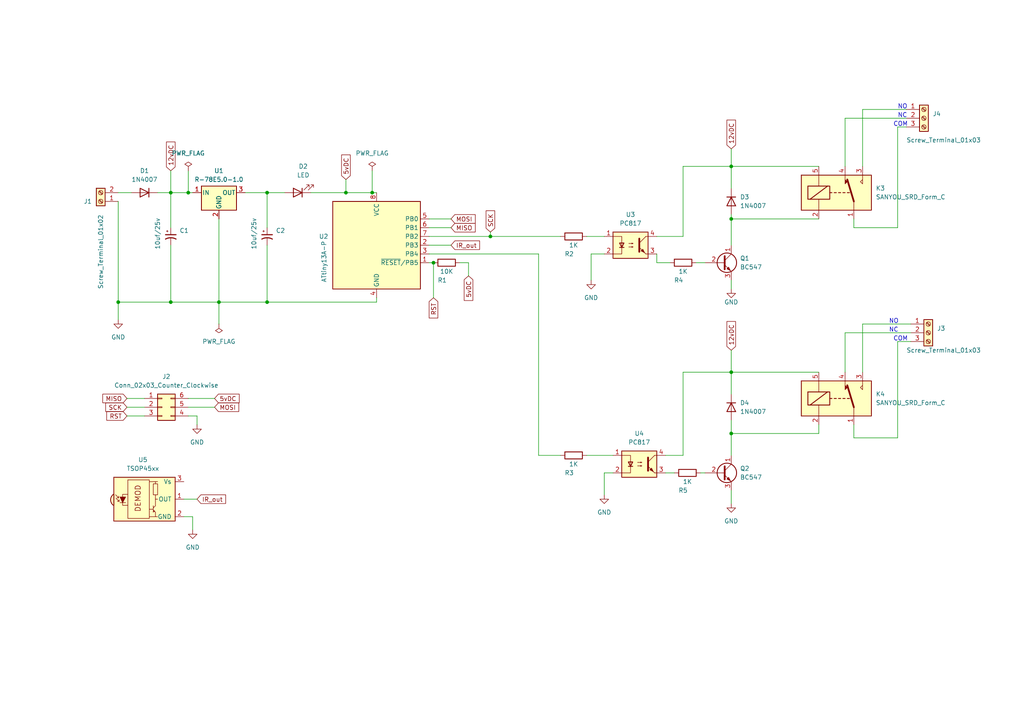
<source format=kicad_sch>
(kicad_sch (version 20230121) (generator eeschema)
  (paper "A4")
  (title_block (title "WirelessRelay") (date "2023-07-03") (rev "0.1") (company "A.A"))
  (lib_symbols
    (symbol "Connector:Screw_Terminal_01x02" (pin_names (offset 1.016) hide)
      (property "Reference" "J" (at 0 2.54 0))
      (property "Value" "Screw_Terminal_01x02" (at 0 -5.08 0))
      (symbol "Screw_Terminal_01x02_1_1"
        (rectangle (start -1.27 1.27) (end 1.27 -3.81) (stroke (width 0.254)) (fill (type background)))
        (circle (center 0 -2.54) (radius 0.635) (stroke (width 0.1524)))
        (polyline (pts (xy -0.5334 -2.2098) (xy 0.3302 -3.048)) (stroke (width 0.1524)))
        (polyline (pts (xy -0.5334 0.3302) (xy 0.3302 -0.508)) (stroke (width 0.1524)))
        (polyline (pts (xy -0.3556 -2.032) (xy 0.508 -2.8702)) (stroke (width 0.1524)))
        (polyline (pts (xy -0.3556 0.508) (xy 0.508 -0.3302)) (stroke (width 0.1524)))
        (circle (center 0 0) (radius 0.635) (stroke (width 0.1524)))
        (pin passive line (at -5.08 0 0) (length 3.81) (name "Pin_1") (number "1"))
        (pin passive line (at -5.08 -2.54 0) (length 3.81) (name "Pin_2") (number "2"))
      )
    )
    (symbol "Connector:Screw_Terminal_01x03" (pin_names (offset 1.016) hide)
      (property "Reference" "J" (at 0 5.08 0))
      (property "Value" "Screw_Terminal_01x03" (at 0 -5.08 0))
      (symbol "Screw_Terminal_01x03_1_1"
        (rectangle (start -1.27 3.81) (end 1.27 -3.81) (stroke (width 0.254)) (fill (type background)))
        (circle (center 0 -2.54) (radius 0.635) (stroke (width 0.1524)))
        (polyline (pts (xy -0.5334 -2.2098) (xy 0.3302 -3.048)) (stroke (width 0.1524)))
        (polyline (pts (xy -0.5334 0.3302) (xy 0.3302 -0.508)) (stroke (width 0.1524)))
        (polyline (pts (xy -0.5334 2.8702) (xy 0.3302 2.032)) (stroke (width 0.1524)))
        (polyline (pts (xy -0.3556 -2.032) (xy 0.508 -2.8702)) (stroke (width 0.1524)))
        (polyline (pts (xy -0.3556 0.508) (xy 0.508 -0.3302)) (stroke (width 0.1524)))
        (polyline (pts (xy -0.3556 3.048) (xy 0.508 2.2098)) (stroke (width 0.1524)))
        (circle (center 0 0) (radius 0.635) (stroke (width 0.1524)))
        (circle (center 0 2.54) (radius 0.635) (stroke (width 0.1524)))
        (pin passive line (at -5.08 2.54 0) (length 3.81) (name "Pin_1") (number "1"))
        (pin passive line (at -5.08 0 0) (length 3.81) (name "Pin_2") (number "2"))
        (pin passive line (at -5.08 -2.54 0) (length 3.81) (name "Pin_3") (number "3"))
      )
    )
    (symbol "Connector_Generic:Conn_02x03_Counter_Clockwise" (pin_names (offset 1.016) hide)
      (property "Reference" "J" (at 1.27 5.08 0))
      (property "Value" "Conn_02x03_Counter_Clockwise" (at 1.27 -5.08 0))
      (symbol "Conn_02x03_Counter_Clockwise_1_1"
        (rectangle (start -1.27 -2.413) (end 0 -2.667) (stroke (width 0.1524)))
        (rectangle (start -1.27 0.127) (end 0 -0.127) (stroke (width 0.1524)))
        (rectangle (start -1.27 2.667) (end 0 2.413) (stroke (width 0.1524)))
        (rectangle (start -1.27 3.81) (end 3.81 -3.81) (stroke (width 0.254)) (fill (type background)))
        (rectangle (start 3.81 -2.413) (end 2.54 -2.667) (stroke (width 0.1524)))
        (rectangle (start 3.81 0.127) (end 2.54 -0.127) (stroke (width 0.1524)))
        (rectangle (start 3.81 2.667) (end 2.54 2.413) (stroke (width 0.1524)))
        (pin passive line (at -5.08 2.54 0) (length 3.81) (name "Pin_1") (number "1"))
        (pin passive line (at -5.08 0 0) (length 3.81) (name "Pin_2") (number "2"))
        (pin passive line (at -5.08 -2.54 0) (length 3.81) (name "Pin_3") (number "3"))
        (pin passive line (at 7.62 -2.54 180) (length 3.81) (name "Pin_4") (number "4"))
        (pin passive line (at 7.62 0 180) (length 3.81) (name "Pin_5") (number "5"))
        (pin passive line (at 7.62 2.54 180) (length 3.81) (name "Pin_6") (number "6"))
      )
    )
    (symbol "Device:C_Polarized_Small_US" (pin_numbers hide) (pin_names (offset 0.254) hide)
      (property "Reference" "C" (at 0.254 1.778 0))
      (property "Value" "C_Polarized_Small_US" (at 0.254 -2.032 0))
      (symbol "C_Polarized_Small_US_0_1"
        (polyline (pts (xy -1.524 0.508) (xy 1.524 0.508)) (stroke (width 0.3048)))
        (polyline (pts (xy -1.27 1.524) (xy -0.762 1.524)))
        (polyline (pts (xy -1.016 1.27) (xy -1.016 1.778)))
        (arc (start 1.524 -0.762) (mid 0 -0.3734) (end -1.524 -0.762) (stroke (width 0.3048)))
      )
      (symbol "C_Polarized_Small_US_1_1"
        (pin passive line (at 0 2.54 270) (length 2.032) (name "~") (number "1"))
        (pin passive line (at 0 -2.54 90) (length 2.032) (name "~") (number "2"))
      )
    )
    (symbol "Device:LED" (pin_numbers hide) (pin_names (offset 1.016) hide)
      (property "Reference" "D" (at 0 2.54 0))
      (property "Value" "LED" (at 0 -2.54 0))
      (symbol "LED_0_1"
        (polyline (pts (xy -1.27 -1.27) (xy -1.27 1.27)) (stroke (width 0.254)))
        (polyline (pts (xy -1.27 0) (xy 1.27 0)))
        (polyline (pts (xy 1.27 -1.27) (xy 1.27 1.27) (xy -1.27 0) (xy 1.27 -1.27)) (stroke (width 0.254)))
        (polyline (pts (xy -3.048 -0.762) (xy -4.572 -2.286) (xy -3.81 -2.286) (xy -4.572 -2.286) (xy -4.572 -1.524)))
        (polyline (pts (xy -1.778 -0.762) (xy -3.302 -2.286) (xy -2.54 -2.286) (xy -3.302 -2.286) (xy -3.302 -1.524)))
      )
      (symbol "LED_1_1"
        (pin passive line (at -3.81 0 0) (length 2.54) (name "K") (number "1"))
        (pin passive line (at 3.81 0 180) (length 2.54) (name "A") (number "2"))
      )
    )
    (symbol "Device:R" (pin_numbers hide) (pin_names (offset 0))
      (property "Reference" "R" (at 2.032 0 90))
      (property "Value" "R" (at 0 0 90))
      (symbol "R_0_1"
        (rectangle (start -1.016 -2.54) (end 1.016 2.54) (stroke (width 0.254)))
      )
      (symbol "R_1_1"
        (pin passive line (at 0 3.81 270) (length 1.27) (name "~") (number "1"))
        (pin passive line (at 0 -3.81 90) (length 1.27) (name "~") (number "2"))
      )
    )
    (symbol "Diode:1N4007" (pin_numbers hide) (pin_names hide)
      (property "Reference" "D" (at 0 2.54 0))
      (property "Value" "1N4007" (at 0 -2.54 0))
      (symbol "1N4007_0_1"
        (polyline (pts (xy -1.27 1.27) (xy -1.27 -1.27)) (stroke (width 0.254)))
        (polyline (pts (xy 1.27 0) (xy -1.27 0)))
        (polyline (pts (xy 1.27 1.27) (xy 1.27 -1.27) (xy -1.27 0) (xy 1.27 1.27)) (stroke (width 0.254)))
      )
      (symbol "1N4007_1_1"
        (pin passive line (at -3.81 0 0) (length 2.54) (name "K") (number "1"))
        (pin passive line (at 3.81 0 180) (length 2.54) (name "A") (number "2"))
      )
    )
    (symbol "Interface_Optical:TSOP45xx" (pin_names (offset 1.016))
      (property "Reference" "U" (at -10.16 7.62 0))
      (property "Value" "TSOP45xx" (at -10.16 -7.62 0))
      (symbol "TSOP45xx_0_0"
        (arc (start -10.287 1.397) (mid -11.0899 -0.1852) (end -10.287 -1.778) (stroke (width 0.254)) (fill (type background)))
        (polyline (pts (xy 1.905 -5.08) (xy 0.127 -5.08)))
        (polyline (pts (xy 1.905 5.08) (xy 0.127 5.08)))
        (text "DEMOD" (at -3.175 0.254 900) (effects (font (size 1.524 1.524))))
      )
      (symbol "TSOP45xx_0_1"
        (rectangle (start -6.096 5.588) (end 0.127 -5.588))
        (polyline (pts (xy -8.763 0.381) (xy -9.652 1.27)))
        (polyline (pts (xy -8.763 0.381) (xy -9.271 0.381)))
        (polyline (pts (xy -8.763 0.381) (xy -8.763 0.889)))
        (polyline (pts (xy -8.636 -0.635) (xy -9.525 0.254)))
        (polyline (pts (xy -8.636 -0.635) (xy -9.144 -0.635)))
        (polyline (pts (xy -8.636 -0.635) (xy -8.636 -0.127)))
        (polyline (pts (xy -8.382 -1.016) (xy -6.731 -1.016)))
        (polyline (pts (xy 1.27 -2.921) (xy 0.127 -2.921)))
        (polyline (pts (xy 1.27 -1.905) (xy 1.27 -3.81)))
        (polyline (pts (xy 1.397 -3.556) (xy 1.524 -3.556)))
        (polyline (pts (xy 1.651 -3.556) (xy 1.524 -3.556)))
        (polyline (pts (xy 1.651 -3.556) (xy 1.651 -3.302)))
        (polyline (pts (xy 1.905 0) (xy 1.905 1.27)))
        (polyline (pts (xy 1.905 4.445) (xy 1.905 5.08) (xy 2.54 5.08)))
        (polyline (pts (xy -8.382 0.635) (xy -6.731 0.635) (xy -7.62 -1.016) (xy -8.382 0.635)) (fill (type outline)))
        (polyline (pts (xy -6.096 1.397) (xy -7.62 1.397) (xy -7.62 -1.778) (xy -6.096 -1.778)))
        (polyline (pts (xy 1.27 -3.175) (xy 1.905 -3.81) (xy 1.905 -5.08) (xy 2.54 -5.08)))
        (polyline (pts (xy 1.27 -2.54) (xy 1.905 -1.905) (xy 1.905 0) (xy 2.54 0)))
        (rectangle (start 2.54 1.27) (end 1.27 4.445))
        (rectangle (start 7.62 6.35) (end -10.16 -6.35) (stroke (width 0.254)) (fill (type background)))
      )
      (symbol "TSOP45xx_1_1"
        (pin output line (at 10.16 0 180) (length 2.54) (name "OUT") (number "1"))
        (pin power_in line (at 10.16 -5.08 180) (length 2.54) (name "GND") (number "2"))
        (pin power_in line (at 10.16 5.08 180) (length 2.54) (name "Vs") (number "3"))
      )
    )
    (symbol "Isolator:PC817" (pin_names (offset 1.016))
      (property "Reference" "U" (at -5.08 5.08 0))
      (property "Value" "PC817" (at 0 5.08 0))
      (symbol "PC817_0_1"
        (rectangle (start -5.08 3.81) (end 5.08 -3.81) (stroke (width 0.254)) (fill (type background)))
        (polyline (pts (xy -3.175 -0.635) (xy -1.905 -0.635)) (stroke (width 0.254)))
        (polyline (pts (xy 2.54 0.635) (xy 4.445 2.54)))
        (polyline (pts (xy 4.445 -2.54) (xy 2.54 -0.635)) (fill (type outline)))
        (polyline (pts (xy 4.445 -2.54) (xy 5.08 -2.54)))
        (polyline (pts (xy 4.445 2.54) (xy 5.08 2.54)))
        (polyline (pts (xy -5.08 2.54) (xy -2.54 2.54) (xy -2.54 -0.635)))
        (polyline (pts (xy -2.54 -0.635) (xy -2.54 -2.54) (xy -5.08 -2.54)))
        (polyline (pts (xy 2.54 1.905) (xy 2.54 -1.905) (xy 2.54 -1.905)) (stroke (width 0.508)))
        (polyline (pts (xy -2.54 -0.635) (xy -3.175 0.635) (xy -1.905 0.635) (xy -2.54 -0.635)) (stroke (width 0.254)))
        (polyline (pts (xy -0.508 -0.508) (xy 0.762 -0.508) (xy 0.381 -0.635) (xy 0.381 -0.381) (xy 0.762 -0.508)))
        (polyline (pts (xy -0.508 0.508) (xy 0.762 0.508) (xy 0.381 0.381) (xy 0.381 0.635) (xy 0.762 0.508)))
        (polyline (pts (xy 3.048 -1.651) (xy 3.556 -1.143) (xy 4.064 -2.159) (xy 3.048 -1.651) (xy 3.048 -1.651)) (fill (type outline)))
      )
      (symbol "PC817_1_1"
        (pin passive line (at -7.62 2.54 0) (length 2.54) (name "~") (number "1"))
        (pin passive line (at -7.62 -2.54 0) (length 2.54) (name "~") (number "2"))
        (pin passive line (at 7.62 -2.54 180) (length 2.54) (name "~") (number "3"))
        (pin passive line (at 7.62 2.54 180) (length 2.54) (name "~") (number "4"))
      )
    )
    (symbol "MCU_Microchip_ATtiny:ATtiny13A-P"
      (property "Reference" "U" (at -12.7 13.97 0))
      (property "Value" "ATtiny13A-P" (at 2.54 -13.97 0))
      (symbol "ATtiny13A-P_0_1"
        (rectangle (start -12.7 -12.7) (end 12.7 12.7) (stroke (width 0.254)) (fill (type background)))
      )
      (symbol "ATtiny13A-P_1_1"
        (pin bidirectional line (at 15.24 -5.08 180) (length 2.54) (name "~{RESET}/PB5") (number "1"))
        (pin bidirectional line (at 15.24 0 180) (length 2.54) (name "PB3") (number "2"))
        (pin bidirectional line (at 15.24 -2.54 180) (length 2.54) (name "PB4") (number "3"))
        (pin power_in line (at 0 -15.24 90) (length 2.54) (name "GND") (number "4"))
        (pin bidirectional line (at 15.24 7.62 180) (length 2.54) (name "PB0") (number "5"))
        (pin bidirectional line (at 15.24 5.08 180) (length 2.54) (name "PB1") (number "6"))
        (pin bidirectional line (at 15.24 2.54 180) (length 2.54) (name "PB2") (number "7"))
        (pin power_in line (at 0 15.24 270) (length 2.54) (name "VCC") (number "8"))
      )
    )
    (symbol "Regulator_Switching:R-78E5.0-1.0" (pin_names (offset 0.254))
      (property "Reference" "U" (at -3.81 3.175 0))
      (property "Value" "R-78E5.0-1.0" (at 0 3.175 0))
      (symbol "R-78E5.0-1.0_0_1"
        (rectangle (start -5.08 1.905) (end 5.08 -5.08) (stroke (width 0.254)) (fill (type background)))
      )
      (symbol "R-78E5.0-1.0_1_1"
        (pin power_in line (at -7.62 0 0) (length 2.54) (name "IN") (number "1"))
        (pin power_in line (at 0 -7.62 90) (length 2.54) (name "GND") (number "2"))
        (pin power_out line (at 7.62 0 180) (length 2.54) (name "OUT") (number "3"))
      )
    )
    (symbol "Relay:SANYOU_SRD_Form_C"
      (property "Reference" "K" (at 11.43 3.81 0))
      (property "Value" "SANYOU_SRD_Form_C" (at 11.43 1.27 0))
      (symbol "SANYOU_SRD_Form_C_0_0"
        (polyline (pts (xy 7.62 5.08) (xy 7.62 2.54) (xy 6.985 3.175) (xy 7.62 3.81)))
      )
      (symbol "SANYOU_SRD_Form_C_0_1"
        (rectangle (start -10.16 5.08) (end 10.16 -5.08) (stroke (width 0.254)) (fill (type background)))
        (rectangle (start -8.255 1.905) (end -1.905 -1.905) (stroke (width 0.254)))
        (polyline (pts (xy -7.62 -1.905) (xy -2.54 1.905)) (stroke (width 0.254)))
        (polyline (pts (xy -5.08 -5.08) (xy -5.08 -1.905)))
        (polyline (pts (xy -5.08 5.08) (xy -5.08 1.905)))
        (polyline (pts (xy -1.905 0) (xy -1.27 0)) (stroke (width 0.254)))
        (polyline (pts (xy -0.635 0) (xy 0 0)) (stroke (width 0.254)))
        (polyline (pts (xy 0.635 0) (xy 1.27 0)) (stroke (width 0.254)))
        (polyline (pts (xy 1.905 0) (xy 2.54 0)) (stroke (width 0.254)))
        (polyline (pts (xy 3.175 0) (xy 3.81 0)) (stroke (width 0.254)))
        (polyline (pts (xy 5.08 -2.54) (xy 3.175 3.81)) (stroke (width 0.508)))
        (polyline (pts (xy 5.08 -2.54) (xy 5.08 -5.08)))
      )
      (symbol "SANYOU_SRD_Form_C_1_1"
        (polyline (pts (xy 2.54 3.81) (xy 3.175 3.175) (xy 2.54 2.54) (xy 2.54 5.08)) (fill (type outline)))
        (pin passive line (at 5.08 -7.62 90) (length 2.54) (name "~") (number "1"))
        (pin passive line (at -5.08 -7.62 90) (length 2.54) (name "~") (number "2"))
        (pin passive line (at 7.62 7.62 270) (length 2.54) (name "~") (number "3"))
        (pin passive line (at 2.54 7.62 270) (length 2.54) (name "~") (number "4"))
        (pin passive line (at -5.08 7.62 270) (length 2.54) (name "~") (number "5"))
      )
    )
    (symbol "Transistor_BJT:BC547" (pin_names (offset 0) hide)
      (property "Reference" "Q" (at 5.08 1.905 0))
      (property "Value" "BC547" (at 5.08 0 0))
      (symbol "BC547_0_1"
        (polyline (pts (xy 0 0) (xy 0.635 0)))
        (polyline (pts (xy 0.635 0.635) (xy 2.54 2.54)))
        (polyline (pts (xy 0.635 -0.635) (xy 2.54 -2.54) (xy 2.54 -2.54)))
        (polyline (pts (xy 0.635 1.905) (xy 0.635 -1.905) (xy 0.635 -1.905)) (stroke (width 0.508)))
        (polyline (pts (xy 1.27 -1.778) (xy 1.778 -1.27) (xy 2.286 -2.286) (xy 1.27 -1.778) (xy 1.27 -1.778)) (fill (type outline)))
        (circle (center 1.27 0) (radius 2.8194) (stroke (width 0.254)))
      )
      (symbol "BC547_1_1"
        (pin passive line (at 2.54 5.08 270) (length 2.54) (name "C") (number "1"))
        (pin input line (at -5.08 0 0) (length 5.08) (name "B") (number "2"))
        (pin passive line (at 2.54 -5.08 90) (length 2.54) (name "E") (number "3"))
      )
    )
    (symbol "power:GND" (power) (pin_names (offset 0))
      (property "Value" "GND" (at 0 -3.81 0))
      (symbol "GND_0_1"
        (polyline (pts (xy 0 0) (xy 0 -1.27) (xy 1.27 -1.27) (xy 0 -2.54) (xy -1.27 -1.27) (xy 0 -1.27)))
      )
      (symbol "GND_1_1"
        (pin power_in line (at 0 0 270) (length 0) hide (name "GND") (number "1"))
      )
    )
    (symbol "power:PWR_FLAG" (power) (pin_numbers hide) (pin_names (offset 0) hide)
      (property "Value" "PWR_FLAG" (at 0 3.81 0))
      (symbol "PWR_FLAG_0_0"
        (pin power_out line (at 0 0 90) (length 0) (name "pwr") (number "1"))
      )
      (symbol "PWR_FLAG_0_1"
        (polyline (pts (xy 0 0) (xy 0 1.27) (xy -1.016 1.905) (xy 0 2.54) (xy 1.016 1.905) (xy 0 1.27)))
      )
    )
  )
  (junction (at 142.24 68.58))
  (junction (at 107.95 55.88))
  (junction (at 49.53 87.63))
  (junction (at 63.5 87.63))
  (junction (at 125.73 76.2))
  (junction (at 34.29 87.63))
  (junction (at 212.09 125.73))
  (junction (at 49.53 55.88))
  (junction (at 100.33 55.88))
  (junction (at 212.09 48.26))
  (junction (at 77.47 55.88))
  (junction (at 54.61 55.88))
  (junction (at 77.47 87.63))
  (junction (at 212.09 107.95))
  (junction (at 212.09 63.5))
  (wire (pts (xy 107.95 49.53) (xy 107.95 55.88)))
  (wire (pts (xy 125.73 76.2) (xy 125.73 86.36)))
  (wire (pts (xy 34.29 87.63) (xy 49.53 87.63)))
  (wire (pts (xy 49.53 49.53) (xy 49.53 55.88)))
  (wire (pts (xy 237.49 63.5) (xy 212.09 63.5)))
  (wire (pts (xy 45.72 55.88) (xy 49.53 55.88)))
  (wire (pts (xy 63.5 87.63) (xy 49.53 87.63)))
  (wire (pts (xy 142.24 67.31) (xy 142.24 68.58)))
  (wire (pts (xy 212.09 101.6) (xy 212.09 107.95)))
  (wire (pts (xy 260.35 36.83) (xy 260.35 66.04)))
  (wire (pts (xy 77.47 66.04) (xy 77.47 55.88)))
  (wire (pts (xy 247.65 66.04) (xy 247.65 63.5)))
  (wire (pts (xy 190.5 76.2) (xy 194.31 76.2)))
  (wire (pts (xy 175.26 137.16) (xy 177.8 137.16)))
  (wire (pts (xy 245.11 96.52) (xy 245.11 107.95)))
  (wire (pts (xy 203.2 137.16) (xy 204.47 137.16)))
  (wire (pts (xy 170.18 68.58) (xy 175.26 68.58)))
  (wire (pts (xy 247.65 127) (xy 247.65 123.19)))
  (wire (pts (xy 124.46 73.66) (xy 156.21 73.66)))
  (wire (pts (xy 260.35 66.04) (xy 247.65 66.04)))
  (wire (pts (xy 109.22 86.36) (xy 109.22 87.63)))
  (wire (pts (xy 100.33 55.88) (xy 107.95 55.88)))
  (wire (pts (xy 212.09 43.18) (xy 212.09 48.26)))
  (wire (pts (xy 49.53 55.88) (xy 54.61 55.88)))
  (wire (pts (xy 100.33 52.07) (xy 100.33 55.88)))
  (wire (pts (xy 54.61 115.57) (xy 62.23 115.57)))
  (wire (pts (xy 34.29 87.63) (xy 34.29 92.71)))
  (wire (pts (xy 262.89 36.83) (xy 260.35 36.83)))
  (wire (pts (xy 212.09 81.28) (xy 212.09 83.82)))
  (wire (pts (xy 49.53 71.12) (xy 49.53 87.63)))
  (wire (pts (xy 260.35 127) (xy 247.65 127)))
  (wire (pts (xy 57.15 123.19) (xy 57.15 120.65)))
  (wire (pts (xy 212.09 62.23) (xy 212.09 63.5)))
  (wire (pts (xy 36.83 120.65) (xy 41.91 120.65)))
  (wire (pts (xy 264.16 93.98) (xy 250.19 93.98)))
  (wire (pts (xy 198.12 48.26) (xy 212.09 48.26)))
  (wire (pts (xy 124.46 76.2) (xy 125.73 76.2)))
  (wire (pts (xy 212.09 121.92) (xy 212.09 125.73)))
  (wire (pts (xy 212.09 48.26) (xy 212.09 54.61)))
  (wire (pts (xy 55.88 149.86) (xy 55.88 153.67)))
  (wire (pts (xy 135.89 76.2) (xy 135.89 80.01)))
  (wire (pts (xy 57.15 120.65) (xy 54.61 120.65)))
  (wire (pts (xy 133.35 76.2) (xy 135.89 76.2)))
  (wire (pts (xy 124.46 68.58) (xy 142.24 68.58)))
  (wire (pts (xy 63.5 63.5) (xy 63.5 87.63)))
  (wire (pts (xy 245.11 34.29) (xy 245.11 48.26)))
  (wire (pts (xy 250.19 93.98) (xy 250.19 107.95)))
  (wire (pts (xy 124.46 71.12) (xy 130.81 71.12)))
  (wire (pts (xy 171.45 73.66) (xy 175.26 73.66)))
  (wire (pts (xy 53.34 149.86) (xy 55.88 149.86)))
  (wire (pts (xy 34.29 58.42) (xy 34.29 87.63)))
  (wire (pts (xy 171.45 81.28) (xy 171.45 73.66)))
  (wire (pts (xy 77.47 71.12) (xy 77.47 87.63)))
  (wire (pts (xy 190.5 68.58) (xy 198.12 68.58)))
  (wire (pts (xy 36.83 115.57) (xy 41.91 115.57)))
  (wire (pts (xy 77.47 55.88) (xy 82.55 55.88)))
  (wire (pts (xy 201.93 76.2) (xy 204.47 76.2)))
  (wire (pts (xy 49.53 55.88) (xy 49.53 66.04)))
  (wire (pts (xy 109.22 87.63) (xy 77.47 87.63)))
  (wire (pts (xy 175.26 143.51) (xy 175.26 137.16)))
  (wire (pts (xy 237.49 107.95) (xy 212.09 107.95)))
  (wire (pts (xy 124.46 66.04) (xy 130.81 66.04)))
  (wire (pts (xy 77.47 87.63) (xy 63.5 87.63)))
  (wire (pts (xy 193.04 132.08) (xy 198.12 132.08)))
  (wire (pts (xy 190.5 73.66) (xy 190.5 76.2)))
  (wire (pts (xy 53.34 144.78) (xy 57.15 144.78)))
  (wire (pts (xy 170.18 132.08) (xy 177.8 132.08)))
  (wire (pts (xy 198.12 107.95) (xy 212.09 107.95)))
  (wire (pts (xy 237.49 123.19) (xy 237.49 125.73)))
  (wire (pts (xy 262.89 31.75) (xy 250.19 31.75)))
  (wire (pts (xy 260.35 99.06) (xy 264.16 99.06)))
  (wire (pts (xy 54.61 49.53) (xy 54.61 55.88)))
  (wire (pts (xy 260.35 127) (xy 260.35 99.06)))
  (wire (pts (xy 34.29 55.88) (xy 38.1 55.88)))
  (wire (pts (xy 156.21 73.66) (xy 156.21 132.08)))
  (wire (pts (xy 212.09 63.5) (xy 212.09 71.12)))
  (wire (pts (xy 124.46 63.5) (xy 130.81 63.5)))
  (wire (pts (xy 250.19 31.75) (xy 250.19 48.26)))
  (wire (pts (xy 264.16 96.52) (xy 245.11 96.52)))
  (wire (pts (xy 212.09 142.24) (xy 212.09 146.05)))
  (wire (pts (xy 156.21 132.08) (xy 162.56 132.08)))
  (wire (pts (xy 54.61 55.88) (xy 55.88 55.88)))
  (wire (pts (xy 63.5 87.63) (xy 63.5 93.98)))
  (wire (pts (xy 36.83 118.11) (xy 41.91 118.11)))
  (wire (pts (xy 54.61 118.11) (xy 62.23 118.11)))
  (wire (pts (xy 212.09 125.73) (xy 212.09 132.08)))
  (wire (pts (xy 198.12 68.58) (xy 198.12 48.26)))
  (wire (pts (xy 71.12 55.88) (xy 77.47 55.88)))
  (wire (pts (xy 90.17 55.88) (xy 100.33 55.88)))
  (wire (pts (xy 193.04 137.16) (xy 195.58 137.16)))
  (wire (pts (xy 212.09 107.95) (xy 212.09 114.3)))
  (wire (pts (xy 107.95 55.88) (xy 109.22 55.88)))
  (wire (pts (xy 237.49 48.26) (xy 212.09 48.26)))
  (wire (pts (xy 142.24 68.58) (xy 162.56 68.58)))
  (wire (pts (xy 198.12 132.08) (xy 198.12 107.95)))
  (wire (pts (xy 212.09 125.73) (xy 237.49 125.73)))
  (wire (pts (xy 262.89 34.29) (xy 245.11 34.29)))
  (text "NC" (at 257.81 96.52 0) (effects (font (size 1.27 1.27)) (justify left bottom)))
  (text "NO" (at 257.81 93.98 0) (effects (font (size 1.27 1.27)) (justify left bottom)))
  (text "COM" (at 259.08 36.83 0) (effects (font (size 1.27 1.27)) (justify left bottom)))
  (text "NO" (at 260.35 31.75 0) (effects (font (size 1.27 1.27)) (justify left bottom)))
  (text "COM" (at 259.08 99.06 0) (effects (font (size 1.27 1.27)) (justify left bottom)))
  (text "NC" (at 260.35 34.29 0) (effects (font (size 1.27 1.27)) (justify left bottom)))
  (global_label "MISO" (shape input) (at 36.83 115.57 180) (property "Intersheetrefs" "${INTERSHEET_REFS}" (effects hide)))
  (global_label "5vDC" (shape input) (at 100.33 52.07 90) (property "Intersheetrefs" "${INTERSHEET_REFS}" (effects hide)))
  (global_label "IR_out" (shape input) (at 57.15 144.78 0) (property "Intersheetrefs" "${INTERSHEET_REFS}" (effects hide)))
  (global_label "RST" (shape input) (at 125.73 86.36 270) (property "Intersheetrefs" "${INTERSHEET_REFS}" (effects hide)))
  (global_label "MISO" (shape input) (at 130.81 66.04 0) (property "Intersheetrefs" "${INTERSHEET_REFS}" (effects hide)))
  (global_label "12vDC" (shape input) (at 49.53 49.53 90) (property "Intersheetrefs" "${INTERSHEET_REFS}" (effects hide)))
  (global_label "SCK" (shape input) (at 142.24 67.31 90) (property "Intersheetrefs" "${INTERSHEET_REFS}" (effects hide)))
  (global_label "RST" (shape input) (at 36.83 120.65 180) (property "Intersheetrefs" "${INTERSHEET_REFS}" (effects hide)))
  (global_label "IR_out" (shape input) (at 130.81 71.12 0) (property "Intersheetrefs" "${INTERSHEET_REFS}" (effects hide)))
  (global_label "MOSI" (shape input) (at 62.23 118.11 0) (property "Intersheetrefs" "${INTERSHEET_REFS}" (effects hide)))
  (global_label "5vDC" (shape input) (at 62.23 115.57 0) (property "Intersheetrefs" "${INTERSHEET_REFS}" (effects hide)))
  (global_label "SCK" (shape input) (at 36.83 118.11 180) (property "Intersheetrefs" "${INTERSHEET_REFS}" (effects hide)))
  (global_label "MOSI" (shape input) (at 130.81 63.5 0) (property "Intersheetrefs" "${INTERSHEET_REFS}" (effects hide)))
  (global_label "5vDC" (shape input) (at 135.89 80.01 270) (property "Intersheetrefs" "${INTERSHEET_REFS}" (effects hide)))
  (global_label "12vDC" (shape input) (at 212.09 101.6 90) (property "Intersheetrefs" "${INTERSHEET_REFS}" (effects hide)))
  (global_label "12vDC" (shape input) (at 212.09 43.18 90) (property "Intersheetrefs" "${INTERSHEET_REFS}" (effects hide)))
  (symbol (lib_id "Device:C_Polarized_Small_US") (at 77.47 68.58 0) (unit 1)
    (property "Reference" "C2" (at 80.01 66.8782 0) (effects (justify left)))
    (property "Value" "10uf/25v" (at 73.66 72.39 90) (effects (justify left)))
    (property "Footprint" "Capacitor_THT:CP_Radial_D4.0mm_P1.50mm" (effects hide))
  )
  (symbol (lib_id "power:GND") (at 55.88 153.67 0) (unit 1)
    (property "Reference" "#PWR07" (effects hide))
    (property "Value" "GND" (at 55.88 158.75 0))
  )
  (symbol (lib_id "Device:R") (at 129.54 76.2 90) (unit 1)
    (property "Reference" "R1" (at 128.27 81.28 90))
    (property "Value" "10K" (at 129.54 78.74 90))
    (property "Footprint" "Resistor_THT:R_Axial_DIN0204_L3.6mm_D1.6mm_P7.62mm_Horizontal" (effects hide))
  )
  (symbol (lib_id "Relay:SANYOU_SRD_Form_C") (at 242.57 115.57 0) (unit 1)
    (property "Reference" "K4" (at 254 114.3 0) (effects (justify left)))
    (property "Value" "SANYOU_SRD_Form_C" (at 254 116.84 0) (effects (justify left)))
    (property "Footprint" "Relay_THT:Relay_SPDT_SANYOU_SRD_Series_Form_C" (effects hide))
    (property "Datasheet" "http://www.sanyourelay.ca/public/products/pdf/SRD.pdf" (effects hide))
  )
  (symbol (lib_id "Isolator:PC817") (at 182.88 71.12 0) (unit 1)
    (property "Reference" "U3" (at 182.88 62.23 0))
    (property "Value" "PC817" (at 182.88 64.77 0))
    (property "Footprint" "Package_DIP:DIP-4_W7.62mm" (effects hide))
    (property "Datasheet" "http://www.soselectronic.cz/a_info/resource/d/pc817.pdf" (effects hide))
  )
  (symbol (lib_id "power:PWR_FLAG") (at 63.5 93.98 180) (unit 1)
    (property "Reference" "#FLG01" (effects hide))
    (property "Value" "PWR_FLAG" (at 63.5 99.06 0))
  )
  (symbol (lib_id "power:GND") (at 212.09 146.05 0) (unit 1)
    (property "Reference" "#PWR05" (effects hide))
    (property "Value" "GND" (at 212.09 151.13 0))
  )
  (symbol (lib_id "power:PWR_FLAG") (at 107.95 49.53 0) (unit 1)
    (property "Reference" "#FLG03" (effects hide))
    (property "Value" "PWR_FLAG" (at 107.95 44.45 0))
  )
  (symbol (lib_id "Diode:1N4007") (at 212.09 118.11 270) (unit 1)
    (property "Reference" "D4" (at 214.63 116.84 90) (effects (justify left)))
    (property "Value" "1N4007" (at 214.63 119.38 90) (effects (justify left)))
    (property "Footprint" "Diode_THT:D_DO-41_SOD81_P7.62mm_Horizontal" (effects hide))
    (property "Datasheet" "http://www.vishay.com/docs/88503/1n4001.pdf" (effects hide))
    (property "Sim.Device" "D" (effects hide))
    (property "Sim.Pins" "1=K 2=A" (effects hide))
  )
  (symbol (lib_id "power:GND") (at 34.29 92.71 0) (unit 1)
    (property "Reference" "#PWR01" (effects hide))
    (property "Value" "GND" (at 34.29 97.79 0))
  )
  (symbol (lib_id "power:GND") (at 212.09 83.82 0) (unit 1)
    (property "Reference" "#PWR06" (effects hide))
    (property "Value" "GND" (at 212.09 87.63 0))
  )
  (symbol (lib_id "Relay:SANYOU_SRD_Form_C") (at 242.57 55.88 0) (unit 1)
    (property "Reference" "K3" (at 254 54.61 0) (effects (justify left)))
    (property "Value" "SANYOU_SRD_Form_C" (at 254 57.15 0) (effects (justify left)))
    (property "Footprint" "Relay_THT:Relay_SPDT_SANYOU_SRD_Series_Form_C" (effects hide))
    (property "Datasheet" "http://www.sanyourelay.ca/public/products/pdf/SRD.pdf" (effects hide))
  )
  (symbol (lib_id "Connector:Screw_Terminal_01x03") (at 269.24 96.52 0) (unit 1)
    (property "Reference" "J3" (at 271.78 95.25 0) (effects (justify left)))
    (property "Value" "Screw_Terminal_01x03" (at 262.89 101.6 0) (effects (justify left)))
    (property "Footprint" "TerminalBlock_Phoenix:TerminalBlock_Phoenix_MKDS-1,5-3-5.08_1x03_P5.08mm_Horizontal" (effects hide))
  )
  (symbol (lib_id "Device:R") (at 166.37 68.58 90) (unit 1)
    (property "Reference" "R2" (at 165.1 73.66 90))
    (property "Value" "1K" (at 166.37 71.12 90))
    (property "Footprint" "Resistor_THT:R_Axial_DIN0204_L3.6mm_D1.6mm_P7.62mm_Horizontal" (effects hide))
  )
  (symbol (lib_id "Device:R") (at 198.12 76.2 90) (unit 1)
    (property "Reference" "R4" (at 196.85 81.28 90))
    (property "Value" "1K" (at 198.12 78.74 90))
    (property "Footprint" "Resistor_THT:R_Axial_DIN0204_L3.6mm_D1.6mm_P7.62mm_Horizontal" (effects hide))
  )
  (symbol (lib_id "Interface_Optical:TSOP45xx") (at 43.18 144.78 0) (unit 1)
    (property "Reference" "U5" (at 41.445 133.35 0))
    (property "Value" "TSOP45xx" (at 41.445 135.89 0))
    (property "Footprint" "OptoDevice:Vishay_MOLD-3Pin" (effects hide))
    (property "Datasheet" "http://www.vishay.com/docs/82460/tsop45.pdf" (effects hide))
  )
  (symbol (lib_id "Device:R") (at 199.39 137.16 90) (unit 1)
    (property "Reference" "R5" (at 198.12 142.24 90))
    (property "Value" "1K" (at 199.39 139.7 90))
    (property "Footprint" "Resistor_THT:R_Axial_DIN0204_L3.6mm_D1.6mm_P7.62mm_Horizontal" (effects hide))
  )
  (symbol (lib_id "Device:LED") (at 86.36 55.88 180) (unit 1)
    (property "Reference" "D2" (at 87.9475 48.26 0))
    (property "Value" "LED" (at 87.9475 50.8 0))
    (property "Footprint" "LED_THT:LED_D4.0mm" (effects hide))
  )
  (symbol (lib_id "Isolator:PC817") (at 185.42 134.62 0) (unit 1)
    (property "Reference" "U4" (at 185.42 125.73 0))
    (property "Value" "PC817" (at 185.42 128.27 0))
    (property "Footprint" "Package_DIP:DIP-4_W7.62mm" (effects hide))
    (property "Datasheet" "http://www.soselectronic.cz/a_info/resource/d/pc817.pdf" (effects hide))
  )
  (symbol (lib_id "Connector_Generic:Conn_02x03_Counter_Clockwise") (at 46.99 118.11 0) (unit 1)
    (property "Reference" "J2" (at 48.26 109.22 0))
    (property "Value" "Conn_02x03_Counter_Clockwise" (at 48.26 111.76 0))
    (property "Footprint" "Connector_PinHeader_2.54mm:PinHeader_2x03_P2.54mm_Vertical" (effects hide))
  )
  (symbol (lib_id "Connector:Screw_Terminal_01x02") (at 29.21 58.42 180) (unit 1)
    (property "Reference" "J1" (at 26.67 58.42 0) (effects (justify left)))
    (property "Value" "Screw_Terminal_01x02" (at 29.21 62.23 90) (effects (justify left)))
    (property "Footprint" "TerminalBlock_Phoenix:TerminalBlock_Phoenix_MKDS-1,5-2-5.08_1x02_P5.08mm_Horizontal" (effects hide))
  )
  (symbol (lib_id "Diode:1N4007") (at 41.91 55.88 180) (unit 1)
    (property "Reference" "D1" (at 41.91 49.53 0))
    (property "Value" "1N4007" (at 41.91 52.07 0))
    (property "Footprint" "Diode_THT:D_DO-41_SOD81_P10.16mm_Horizontal" (effects hide))
    (property "Datasheet" "http://www.vishay.com/docs/88503/1n4001.pdf" (effects hide))
    (property "Sim.Device" "D" (effects hide))
    (property "Sim.Pins" "1=K 2=A" (effects hide))
  )
  (symbol (lib_id "Connector:Screw_Terminal_01x03") (at 267.97 34.29 0) (unit 1)
    (property "Reference" "J4" (at 270.51 33.02 0) (effects (justify left)))
    (property "Value" "Screw_Terminal_01x03" (at 262.89 40.64 0) (effects (justify left)))
    (property "Footprint" "TerminalBlock_Phoenix:TerminalBlock_Phoenix_MKDS-1,5-3-5.08_1x03_P5.08mm_Horizontal" (effects hide))
  )
  (symbol (lib_id "Device:R") (at 166.37 132.08 90) (unit 1)
    (property "Reference" "R3" (at 165.1 137.16 90))
    (property "Value" "1K" (at 166.37 134.62 90))
    (property "Footprint" "Resistor_THT:R_Axial_DIN0204_L3.6mm_D1.6mm_P7.62mm_Horizontal" (effects hide))
  )
  (symbol (lib_id "Regulator_Switching:R-78E5.0-1.0") (at 63.5 55.88 0) (unit 1)
    (property "Reference" "U1" (at 63.5 49.53 0))
    (property "Value" "R-78E5.0-1.0" (at 63.5 52.07 0))
    (property "Footprint" "Converter_DCDC:Converter_DCDC_RECOM_R-78E-0.5_THT" (effects hide))
    (property "Datasheet" "https://www.recom-power.com/pdf/Innoline/R-78Exx-1.0.pdf" (effects hide))
  )
  (symbol (lib_id "power:GND") (at 175.26 143.51 0) (unit 1)
    (property "Reference" "#PWR04" (effects hide))
    (property "Value" "GND" (at 175.26 148.59 0))
  )
  (symbol (lib_id "Diode:1N4007") (at 212.09 58.42 270) (unit 1)
    (property "Reference" "D3" (at 214.63 57.15 90) (effects (justify left)))
    (property "Value" "1N4007" (at 214.63 59.69 90) (effects (justify left)))
    (property "Footprint" "Diode_THT:D_DO-41_SOD81_P7.62mm_Horizontal" (effects hide))
    (property "Datasheet" "http://www.vishay.com/docs/88503/1n4001.pdf" (effects hide))
    (property "Sim.Device" "D" (effects hide))
    (property "Sim.Pins" "1=K 2=A" (effects hide))
  )
  (symbol (lib_id "Device:C_Polarized_Small_US") (at 49.53 68.58 0) (unit 1)
    (property "Reference" "C1" (at 52.07 66.8782 0) (effects (justify left)))
    (property "Value" "10uf/25v" (at 45.72 72.39 90) (effects (justify left)))
    (property "Footprint" "Capacitor_THT:CP_Radial_D4.0mm_P1.50mm" (effects hide))
  )
  (symbol (lib_id "power:GND") (at 57.15 123.19 0) (unit 1)
    (property "Reference" "#PWR02" (effects hide))
    (property "Value" "GND" (at 57.15 128.27 0))
  )
  (symbol (lib_id "MCU_Microchip_ATtiny:ATtiny13A-P") (at 109.22 71.12 0) (unit 1)
    (property "Reference" "U2" (at 95.25 68.58 0) (effects (justify right)))
    (property "Value" "ATtiny13A-P" (at 93.98 69.85 90) (effects (justify right)))
    (property "Footprint" "Package_DIP:DIP-8_W7.62mm" (effects hide))
    (property "Datasheet" "http://ww1.microchip.com/downloads/en/DeviceDoc/doc8126.pdf" (effects hide))
  )
  (symbol (lib_id "Transistor_BJT:BC547") (at 209.55 137.16 0) (unit 1)
    (property "Reference" "Q2" (at 214.63 135.89 0) (effects (justify left)))
    (property "Value" "BC547" (at 214.63 138.43 0) (effects (justify left)))
    (property "Footprint" "Package_TO_SOT_THT:TO-92L_Inline" (effects hide))
    (property "Datasheet" "https://www.onsemi.com/pub/Collateral/BC550-D.pdf" (effects hide))
  )
  (symbol (lib_id "power:PWR_FLAG") (at 54.61 49.53 0) (unit 1)
    (property "Reference" "#FLG02" (effects hide))
    (property "Value" "PWR_FLAG" (at 54.61 44.45 0))
  )
  (symbol (lib_id "power:GND") (at 171.45 81.28 0) (unit 1)
    (property "Reference" "#PWR03" (effects hide))
    (property "Value" "GND" (at 171.45 86.36 0))
  )
  (symbol (lib_id "Transistor_BJT:BC547") (at 209.55 76.2 0) (unit 1)
    (property "Reference" "Q1" (at 214.63 74.93 0) (effects (justify left)))
    (property "Value" "BC547" (at 214.63 77.47 0) (effects (justify left)))
    (property "Footprint" "Package_TO_SOT_THT:TO-92L_Inline" (effects hide))
    (property "Datasheet" "https://www.onsemi.com/pub/Collateral/BC550-D.pdf" (effects hide))
  )
)
</source>
